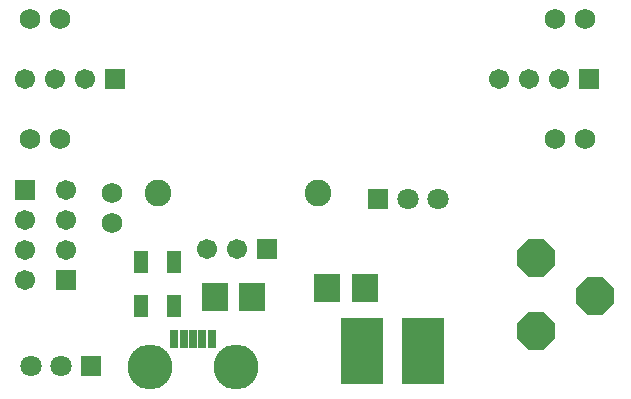
<source format=gts>
%FSLAX23Y23*%
%MOIN*%
G70*
G01*
G75*
G04 Layer_Color=8388736*
%ADD10R,0.020X0.055*%
%ADD11R,0.132X0.213*%
%ADD12R,0.037X0.067*%
%ADD13R,0.079X0.087*%
%ADD14C,0.025*%
%ADD15C,0.020*%
%ADD16C,0.015*%
%ADD17O,0.142X0.142*%
%ADD18R,0.063X0.063*%
%ADD19C,0.063*%
%ADD20P,0.128X8X202.5*%
%ADD21P,0.128X8X112.5*%
%ADD22C,0.081*%
%ADD23C,0.060*%
%ADD24R,0.059X0.059*%
%ADD25C,0.059*%
%ADD26R,0.059X0.059*%
%ADD27C,0.010*%
%ADD28C,0.006*%
%ADD29C,0.008*%
%ADD30C,0.005*%
%ADD31C,0.010*%
%ADD32C,0.006*%
%ADD33R,0.028X0.063*%
%ADD34R,0.140X0.221*%
%ADD35R,0.045X0.075*%
%ADD36R,0.087X0.095*%
%ADD37O,0.150X0.150*%
%ADD38R,0.071X0.071*%
%ADD39C,0.071*%
%ADD40P,0.137X8X202.5*%
%ADD41P,0.137X8X112.5*%
%ADD42C,0.089*%
%ADD43C,0.068*%
%ADD44R,0.067X0.067*%
%ADD45C,0.067*%
%ADD46R,0.067X0.067*%
D33*
X2925Y1530D02*
D03*
X2956D02*
D03*
X2988D02*
D03*
X2894D02*
D03*
X2862D02*
D03*
D34*
X3691Y1490D02*
D03*
X3489D02*
D03*
D35*
X2860Y1785D02*
D03*
X2750D02*
D03*
X2860Y1640D02*
D03*
X2750D02*
D03*
D36*
X2997Y1670D02*
D03*
X3123D02*
D03*
X3498Y1700D02*
D03*
X3372D02*
D03*
D37*
X3069Y1436D02*
D03*
X2781D02*
D03*
D38*
X2585Y1440D02*
D03*
X3540Y1995D02*
D03*
D39*
X2485Y1440D02*
D03*
X2385D02*
D03*
X3740Y1995D02*
D03*
X3640D02*
D03*
D40*
X4266Y1673D02*
D03*
D41*
X4069Y1799D02*
D03*
Y1555D02*
D03*
D42*
X3341Y2015D02*
D03*
X2809D02*
D03*
D43*
X2655D02*
D03*
Y1915D02*
D03*
X4230Y2595D02*
D03*
X4130D02*
D03*
X4230Y2195D02*
D03*
X4130D02*
D03*
X2380Y2595D02*
D03*
X2480D02*
D03*
X2380Y2195D02*
D03*
X2480D02*
D03*
D44*
X4245Y2395D02*
D03*
X3170Y1829D02*
D03*
X2665Y2395D02*
D03*
D45*
X4145D02*
D03*
X4045D02*
D03*
X3945D02*
D03*
X3070Y1829D02*
D03*
X2970D02*
D03*
X2565Y2395D02*
D03*
X2465D02*
D03*
X2365D02*
D03*
Y1725D02*
D03*
Y1825D02*
D03*
Y1925D02*
D03*
X2500Y2025D02*
D03*
Y1925D02*
D03*
Y1825D02*
D03*
D46*
X2365Y2025D02*
D03*
X2500Y1725D02*
D03*
M02*

</source>
